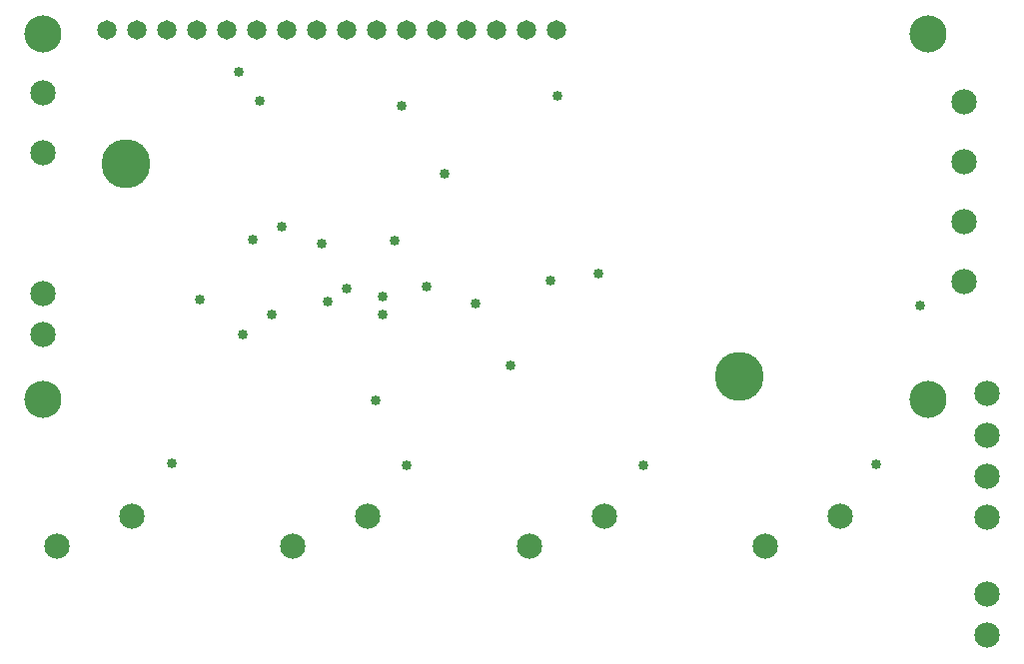
<source format=gbs>
G04*
G04 #@! TF.GenerationSoftware,Altium Limited,Altium Designer,25.4.2 (15)*
G04*
G04 Layer_Color=16711935*
%FSLAX44Y44*%
%MOMM*%
G71*
G04*
G04 #@! TF.SameCoordinates,E3562E81-9C74-4326-8BCA-3B8FE58CD66A*
G04*
G04*
G04 #@! TF.FilePolarity,Negative*
G04*
G01*
G75*
%ADD37C,4.1500*%
%ADD38C,2.1500*%
%ADD39C,0.1500*%
%ADD40C,1.6500*%
%ADD41C,3.1500*%
%ADD42C,0.8500*%
D37*
X640000Y270000D02*
D03*
X120000Y450000D02*
D03*
D38*
X50000Y305000D02*
D03*
Y340000D02*
D03*
X850000Y255000D02*
D03*
Y150000D02*
D03*
Y185000D02*
D03*
Y220000D02*
D03*
Y50000D02*
D03*
Y85000D02*
D03*
X50000Y459200D02*
D03*
Y510000D02*
D03*
X61900Y125400D02*
D03*
X125400Y150800D02*
D03*
X261900Y125400D02*
D03*
X325400Y150800D02*
D03*
X461900Y125400D02*
D03*
X525400Y150800D02*
D03*
X661900Y125400D02*
D03*
X725400Y150800D02*
D03*
X831000Y400800D02*
D03*
Y350000D02*
D03*
Y451600D02*
D03*
Y502400D02*
D03*
D39*
X100000Y100000D02*
D03*
X300000D02*
D03*
X500000D02*
D03*
X700000D02*
D03*
D40*
X485500Y563730D02*
D03*
X460100D02*
D03*
X434700D02*
D03*
X409300D02*
D03*
X383900D02*
D03*
X358500D02*
D03*
X333100D02*
D03*
X307700D02*
D03*
X282300D02*
D03*
X256900D02*
D03*
X231500D02*
D03*
X206100D02*
D03*
X180700D02*
D03*
X155300D02*
D03*
X129900D02*
D03*
X104500D02*
D03*
D41*
X50000Y250000D02*
D03*
Y560000D02*
D03*
X800000D02*
D03*
Y250000D02*
D03*
D42*
X793000Y330000D02*
D03*
X216000Y528000D02*
D03*
X521000Y357000D02*
D03*
X183000Y335000D02*
D03*
X375168Y346239D02*
D03*
X416885Y331885D02*
D03*
X338000Y322000D02*
D03*
X159000Y196000D02*
D03*
X358000Y194000D02*
D03*
X756000Y195000D02*
D03*
X332000Y249000D02*
D03*
X219000Y305000D02*
D03*
X446000Y279000D02*
D03*
X486000Y508000D02*
D03*
X286000Y382000D02*
D03*
X234000Y503000D02*
D03*
X252000Y397000D02*
D03*
X291000Y333000D02*
D03*
X228000Y386000D02*
D03*
X244000Y322000D02*
D03*
X307000Y344000D02*
D03*
X390761Y441168D02*
D03*
X338000Y337000D02*
D03*
X348000Y385000D02*
D03*
X354000Y499000D02*
D03*
X480000Y351000D02*
D03*
X559000Y194000D02*
D03*
M02*

</source>
